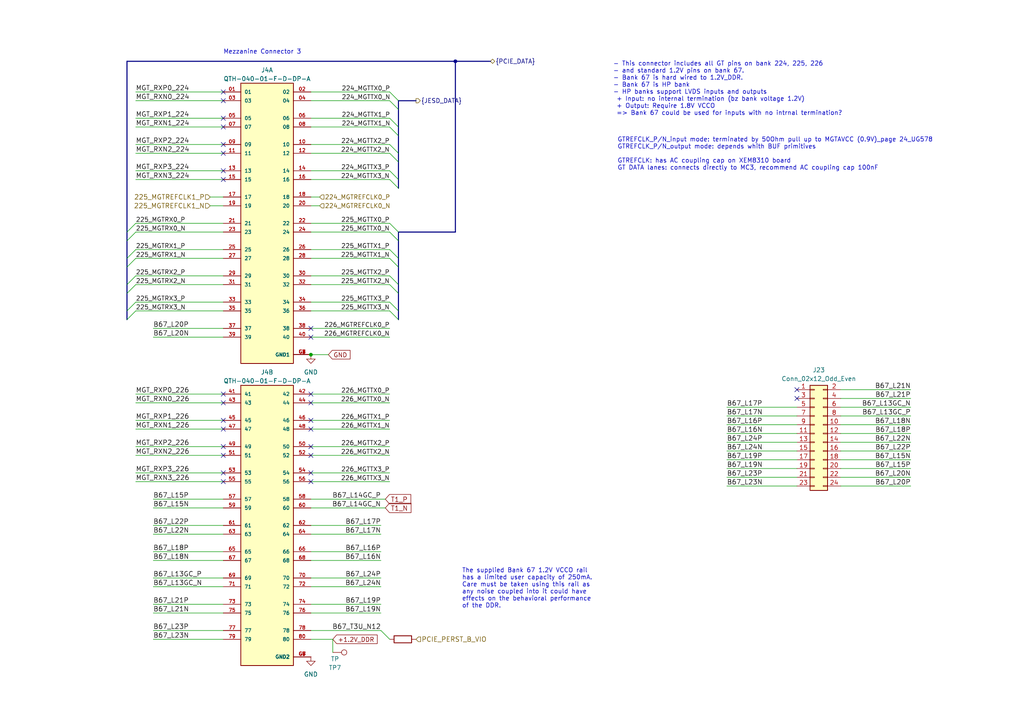
<source format=kicad_sch>
(kicad_sch (version 20230121) (generator eeschema)
  (paper "A4")
  (lib_symbols
    (symbol "Connector:TestPoint" (pin_numbers hide) (pin_names (offset 0.762) hide)
      (property "Reference" "TP" (at 0 6.858 0))
      (property "Value" "TestPoint" (at 0 5.08 0))
      (symbol "TestPoint_0_1"
        (circle (center 0 3.302) (radius 0.762))
      )
      (symbol "TestPoint_1_1"
        (pin passive line (at 0 0 90) (length 2.54) (name "1") (number "1"))
      )
    )
    (symbol "Connector_Generic:Conn_02x12_Odd_Even" (pin_names (offset 1.016) hide)
      (property "Reference" "J" (at 1.27 15.24 0))
      (property "Value" "Conn_02x12_Odd_Even" (at 1.27 -17.78 0))
      (symbol "Conn_02x12_Odd_Even_1_1"
        (rectangle (start -1.27 -15.113) (end 0 -15.367) (stroke (width 0.1524)))
        (rectangle (start -1.27 -12.573) (end 0 -12.827) (stroke (width 0.1524)))
        (rectangle (start -1.27 -10.033) (end 0 -10.287) (stroke (width 0.1524)))
        (rectangle (start -1.27 -7.493) (end 0 -7.747) (stroke (width 0.1524)))
        (rectangle (start -1.27 -4.953) (end 0 -5.207) (stroke (width 0.1524)))
        (rectangle (start -1.27 -2.413) (end 0 -2.667) (stroke (width 0.1524)))
        (rectangle (start -1.27 0.127) (end 0 -0.127) (stroke (width 0.1524)))
        (rectangle (start -1.27 2.667) (end 0 2.413) (stroke (width 0.1524)))
        (rectangle (start -1.27 5.207) (end 0 4.953) (stroke (width 0.1524)))
        (rectangle (start -1.27 7.747) (end 0 7.493) (stroke (width 0.1524)))
        (rectangle (start -1.27 10.287) (end 0 10.033) (stroke (width 0.1524)))
        (rectangle (start -1.27 12.827) (end 0 12.573) (stroke (width 0.1524)))
        (rectangle (start -1.27 13.97) (end 3.81 -16.51) (stroke (width 0.254)) (fill (type background)))
        (rectangle (start 3.81 -15.113) (end 2.54 -15.367) (stroke (width 0.1524)))
        (rectangle (start 3.81 -12.573) (end 2.54 -12.827) (stroke (width 0.1524)))
        (rectangle (start 3.81 -10.033) (end 2.54 -10.287) (stroke (width 0.1524)))
        (rectangle (start 3.81 -7.493) (end 2.54 -7.747) (stroke (width 0.1524)))
        (rectangle (start 3.81 -4.953) (end 2.54 -5.207) (stroke (width 0.1524)))
        (rectangle (start 3.81 -2.413) (end 2.54 -2.667) (stroke (width 0.1524)))
        (rectangle (start 3.81 0.127) (end 2.54 -0.127) (stroke (width 0.1524)))
        (rectangle (start 3.81 2.667) (end 2.54 2.413) (stroke (width 0.1524)))
        (rectangle (start 3.81 5.207) (end 2.54 4.953) (stroke (width 0.1524)))
        (rectangle (start 3.81 7.747) (end 2.54 7.493) (stroke (width 0.1524)))
        (rectangle (start 3.81 10.287) (end 2.54 10.033) (stroke (width 0.1524)))
        (rectangle (start 3.81 12.827) (end 2.54 12.573) (stroke (width 0.1524)))
        (pin passive line (at -5.08 12.7 0) (length 3.81) (name "Pin_1") (number "1"))
        (pin passive line (at 7.62 2.54 180) (length 3.81) (name "Pin_10") (number "10"))
        (pin passive line (at -5.08 0 0) (length 3.81) (name "Pin_11") (number "11"))
        (pin passive line (at 7.62 0 180) (length 3.81) (name "Pin_12") (number "12"))
        (pin passive line (at -5.08 -2.54 0) (length 3.81) (name "Pin_13") (number "13"))
        (pin passive line (at 7.62 -2.54 180) (length 3.81) (name "Pin_14") (number "14"))
        (pin passive line (at -5.08 -5.08 0) (length 3.81) (name "Pin_15") (number "15"))
        (pin passive line (at 7.62 -5.08 180) (length 3.81) (name "Pin_16") (number "16"))
        (pin passive line (at -5.08 -7.62 0) (length 3.81) (name "Pin_17") (number "17"))
        (pin passive line (at 7.62 -7.62 180) (length 3.81) (name "Pin_18") (number "18"))
        (pin passive line (at -5.08 -10.16 0) (length 3.81) (name "Pin_19") (number "19"))
        (pin passive line (at 7.62 12.7 180) (length 3.81) (name "Pin_2") (number "2"))
        (pin passive line (at 7.62 -10.16 180) (length 3.81) (name "Pin_20") (number "20"))
        (pin passive line (at -5.08 -12.7 0) (length 3.81) (name "Pin_21") (number "21"))
        (pin passive line (at 7.62 -12.7 180) (length 3.81) (name "Pin_22") (number "22"))
        (pin passive line (at -5.08 -15.24 0) (length 3.81) (name "Pin_23") (number "23"))
        (pin passive line (at 7.62 -15.24 180) (length 3.81) (name "Pin_24") (number "24"))
        (pin passive line (at -5.08 10.16 0) (length 3.81) (name "Pin_3") (number "3"))
        (pin passive line (at 7.62 10.16 180) (length 3.81) (name "Pin_4") (number "4"))
        (pin passive line (at -5.08 7.62 0) (length 3.81) (name "Pin_5") (number "5"))
        (pin passive line (at 7.62 7.62 180) (length 3.81) (name "Pin_6") (number "6"))
        (pin passive line (at -5.08 5.08 0) (length 3.81) (name "Pin_7") (number "7"))
        (pin passive line (at 7.62 5.08 180) (length 3.81) (name "Pin_8") (number "8"))
        (pin passive line (at -5.08 2.54 0) (length 3.81) (name "Pin_9") (number "9"))
      )
    )
    (symbol "Device:R" (pin_numbers hide) (pin_names (offset 0))
      (property "Reference" "R" (at 2.032 0 90))
      (property "Value" "R" (at 0 0 90))
      (symbol "R_0_1"
        (rectangle (start -1.016 -2.54) (end 1.016 2.54) (stroke (width 0.254)))
      )
      (symbol "R_1_1"
        (pin passive line (at 0 3.81 270) (length 1.27) (name "~") (number "1"))
        (pin passive line (at 0 -3.81 90) (length 1.27) (name "~") (number "2"))
      )
    )
    (symbol "QTH-040-01-X-D-DP-A:QTH-040-01-X-D-DP-A" (pin_names (offset 1.016))
      (property "Reference" "J" (at -7.62 41.402 0))
      (property "Value" "QTH-040-01-X-D-DP-A" (at -7.62 -41.402 0))
      (symbol "QTH-040-01-X-D-DP-A_1_0"
        (rectangle (start -7.62 -40.64) (end 7.62 40.64) (stroke (width 0.254)) (fill (type background)))
        (pin passive line (at -12.7 38.1 0) (length 5.08) (name "01") (number "01"))
        (pin passive line (at 12.7 38.1 180) (length 5.08) (name "02") (number "02"))
        (pin passive line (at -12.7 35.56 0) (length 5.08) (name "03") (number "03"))
        (pin passive line (at 12.7 35.56 180) (length 5.08) (name "04") (number "04"))
        (pin passive line (at -12.7 30.48 0) (length 5.08) (name "05") (number "05"))
        (pin passive line (at 12.7 30.48 180) (length 5.08) (name "06") (number "06"))
        (pin passive line (at -12.7 27.94 0) (length 5.08) (name "07") (number "07"))
        (pin passive line (at 12.7 27.94 180) (length 5.08) (name "08") (number "08"))
        (pin passive line (at -12.7 22.86 0) (length 5.08) (name "09") (number "09"))
        (pin passive line (at 12.7 22.86 180) (length 5.08) (name "10") (number "10"))
        (pin passive line (at -12.7 20.32 0) (length 5.08) (name "11") (number "11"))
        (pin passive line (at 12.7 20.32 180) (length 5.08) (name "12") (number "12"))
        (pin passive line (at -12.7 15.24 0) (length 5.08) (name "13") (number "13"))
        (pin passive line (at 12.7 15.24 180) (length 5.08) (name "14") (number "14"))
        (pin passive line (at -12.7 12.7 0) (length 5.08) (name "15") (number "15"))
        (pin passive line (at 12.7 12.7 180) (length 5.08) (name "16") (number "16"))
        (pin passive line (at -12.7 7.62 0) (length 5.08) (name "17") (number "17"))
        (pin passive line (at 12.7 7.62 180) (length 5.08) (name "18") (number "18"))
        (pin passive line (at -12.7 5.08 0) (length 5.08) (name "19") (number "19"))
        (pin passive line (at 12.7 5.08 180) (length 5.08) (name "20") (number "20"))
        (pin passive line (at -12.7 0 0) (length 5.08) (name "21") (number "21"))
        (pin passive line (at 12.7 0 180) (length 5.08) (name "22") (number "22"))
        (pin passive line (at -12.7 -2.54 0) (length 5.08) (name "23") (number "23"))
        (pin passive line (at 12.7 -2.54 180) (length 5.08) (name "24") (number "24"))
        (pin passive line (at -12.7 -7.62 0) (length 5.08) (name "25") (number "25"))
        (pin passive line (at 12.7 -7.62 180) (length 5.08) (name "26") (number "26"))
        (pin passive line (at -12.7 -10.16 0) (length 5.08) (name "27") (number "27"))
        (pin passive line (at 12.7 -10.16 180) (length 5.08) (name "28") (number "28"))
        (pin passive line (at -12.7 -15.24 0) (length 5.08) (name "29") (number "29"))
        (pin passive line (at 12.7 -15.24 180) (length 5.08) (name "30") (number "30"))
        (pin passive line (at -12.7 -17.78 0) (length 5.08) (name "31") (number "31"))
        (pin passive line (at 12.7 -17.78 180) (length 5.08) (name "32") (number "32"))
        (pin passive line (at -12.7 -22.86 0) (length 5.08) (name "33") (number "33"))
        (pin passive line (at 12.7 -22.86 180) (length 5.08) (name "34") (number "34"))
        (pin passive line (at -12.7 -25.4 0) (length 5.08) (name "35") (number "35"))
        (pin passive line (at 12.7 -25.4 180) (length 5.08) (name "36") (number "36"))
        (pin passive line (at -12.7 -30.48 0) (length 5.08) (name "37") (number "37"))
        (pin passive line (at 12.7 -30.48 180) (length 5.08) (name "38") (number "38"))
        (pin passive line (at -12.7 -33.02 0) (length 5.08) (name "39") (number "39"))
        (pin passive line (at 12.7 -33.02 180) (length 5.08) (name "40") (number "40"))
        (pin power_in line (at 12.7 -38.1 180) (length 5.08) (name "GND1") (number "G1"))
        (pin power_in line (at 12.7 -38.1 180) (length 5.08) (name "GND1") (number "G2"))
        (pin power_in line (at 12.7 -38.1 180) (length 5.08) (name "GND1") (number "G3"))
        (pin power_in line (at 12.7 -38.1 180) (length 5.08) (name "GND1") (number "G4"))
      )
      (symbol "QTH-040-01-X-D-DP-A_2_0"
        (rectangle (start -7.62 -40.64) (end 7.62 40.64) (stroke (width 0.254)) (fill (type background)))
        (pin passive line (at -12.7 38.1 0) (length 5.08) (name "41") (number "41"))
        (pin passive line (at 12.7 38.1 180) (length 5.08) (name "42") (number "42"))
        (pin passive line (at -12.7 35.56 0) (length 5.08) (name "43") (number "43"))
        (pin passive line (at 12.7 35.56 180) (length 5.08) (name "44") (number "44"))
        (pin passive line (at -12.7 30.48 0) (length 5.08) (name "45") (number "45"))
        (pin passive line (at 12.7 30.48 180) (length 5.08) (name "46") (number "46"))
        (pin passive line (at -12.7 27.94 0) (length 5.08) (name "47") (number "47"))
        (pin passive line (at 12.7 27.94 180) (length 5.08) (name "48") (number "48"))
        (pin passive line (at -12.7 22.86 0) (length 5.08) (name "49") (number "49"))
        (pin passive line (at 12.7 22.86 180) (length 5.08) (name "50") (number "50"))
        (pin passive line (at -12.7 20.32 0) (length 5.08) (name "51") (number "51"))
        (pin passive line (at 12.7 20.32 180) (length 5.08) (name "52") (number "52"))
        (pin passive line (at -12.7 15.24 0) (length 5.08) (name "53") (number "53"))
        (pin passive line (at 12.7 15.24 180) (length 5.08) (name "54") (number "54"))
        (pin passive line (at -12.7 12.7 0) (length 5.08) (name "55") (number "55"))
        (pin passive line (at 12.7 12.7 180) (length 5.08) (name "56") (number "56"))
        (pin passive line (at -12.7 7.62 0) (length 5.08) (name "57") (number "57"))
        (pin passive line (at 12.7 7.62 180) (length 5.08) (name "58") (number "58"))
        (pin passive line (at -12.7 5.08 0) (length 5.08) (name "59") (number "59"))
        (pin passive line (at 12.7 5.08 180) (length 5.08) (name "60") (number "60"))
        (pin passive line (at -12.7 0 0) (length 5.08) (name "61") (number "61"))
        (pin passive line (at 12.7 0 180) (length 5.08) (name "62") (number "62"))
        (pin passive line (at -12.7 -2.54 0) (length 5.08) (name "63") (number "63"))
        (pin passive line (at 12.7 -2.54 180) (length 5.08) (name "64") (number "64"))
        (pin passive line (at -12.7 -7.62 0) (length 5.08) (name "65") (number "65"))
        (pin passive line (at 12.7 -7.62 180) (length 5.08) (name "66") (number "66"))
        (pin passive line (at -12.7 -10.16 0) (length 5.08) (name "67") (number "67"))
        (pin passive line (at 12.7 -10.16 180) (length 5.08) (name "68") (number "68"))
        (pin passive line (at -12.7 -15.24 0) (length 5.08) (name "69") (number "69"))
        (pin passive line (at 12.7 -15.24 180) (length 5.08) (name "70") (number "70"))
        (pin passive line (at -12.7 -17.78 0) (length 5.08) (name "71") (number "71"))
        (pin passive line (at 12.7 -17.78 180) (length 5.08) (name "72") (number "72"))
        (pin passive line (at -12.7 -22.86 0) (length 5.08) (name "73") (number "73"))
        (pin passive line (at 12.7 -22.86 180) (length 5.08) (name "74") (number "74"))
        (pin passive line (at -12.7 -25.4 0) (length 5.08) (name "75") (number "75"))
        (pin passive line (at 12.7 -25.4 180) (length 5.08) (name "76") (number "76"))
        (pin passive line (at -12.7 -30.48 0) (length 5.08) (name "77") (number "77"))
        (pin passive line (at 12.7 -30.48 180) (length 5.08) (name "78") (number "78"))
        (pin passive line (at -12.7 -33.02 0) (length 5.08) (name "79") (number "79"))
        (pin passive line (at 12.7 -33.02 180) (length 5.08) (name "80") (number "80"))
        (pin power_in line (at 12.7 -38.1 180) (length 5.08) (name "GND2") (number "G5"))
        (pin power_in line (at 12.7 -38.1 180) (length 5.08) (name "GND2") (number "G6"))
        (pin power_in line (at 12.7 -38.1 180) (length 5.08) (name "GND2") (number "G7"))
        (pin power_in line (at 12.7 -38.1 180) (length 5.08) (name "GND2") (number "G8"))
      )
    )
    (symbol "power:GND" (power) (pin_names (offset 0))
      (property "Value" "GND" (at 0 -3.81 0))
      (symbol "GND_0_1"
        (polyline (pts (xy 0 0) (xy 0 -1.27) (xy 1.27 -1.27) (xy 0 -2.54) (xy -1.27 -1.27) (xy 0 -1.27)))
      )
      (symbol "GND_1_1"
        (pin power_in line (at 0 0 270) (length 0) hide (name "GND") (number "1"))
      )
    )
  )
  (junction (at 90.17 102.87))
  (junction (at 132.08 17.78))
  (no_connect (at 64.77 36.83))
  (no_connect (at 90.17 132.08))
  (no_connect (at 64.77 49.53))
  (no_connect (at 90.17 97.79))
  (no_connect (at 64.77 124.46))
  (no_connect (at 90.17 116.84))
  (no_connect (at 64.77 44.45))
  (no_connect (at 90.17 129.54))
  (no_connect (at 64.77 137.16))
  (no_connect (at 64.77 34.29))
  (no_connect (at 64.77 132.08))
  (no_connect (at 90.17 95.25))
  (no_connect (at 90.17 114.3))
  (no_connect (at 64.77 129.54))
  (no_connect (at 64.77 116.84))
  (no_connect (at 231.14 113.03))
  (no_connect (at 64.77 139.7))
  (no_connect (at 90.17 137.16))
  (no_connect (at 64.77 29.21))
  (no_connect (at 64.77 41.91))
  (no_connect (at 64.77 52.07))
  (no_connect (at 64.77 114.3))
  (no_connect (at 231.14 115.57))
  (no_connect (at 64.77 26.67))
  (no_connect (at 90.17 124.46))
  (no_connect (at 64.77 121.92))
  (no_connect (at 90.17 121.92))
  (no_connect (at 90.17 139.7))
  (bus_entry (at 113.03 64.77) (size 2.54 2.54))
  (bus_entry (at 113.03 44.45) (size 2.54 2.54))
  (bus_entry (at 113.03 41.91) (size 2.54 2.54))
  (bus_entry (at 36.83 92.71) (size 2.54 -2.54))
  (bus_entry (at 113.03 34.29) (size 2.54 2.54))
  (bus_entry (at 113.03 87.63) (size 2.54 2.54))
  (bus_entry (at 113.03 26.67) (size 2.54 2.54))
  (bus_entry (at 113.03 29.21) (size 2.54 2.54))
  (bus_entry (at 113.03 49.53) (size 2.54 2.54))
  (bus_entry (at 36.83 67.31) (size 2.54 -2.54))
  (bus_entry (at 36.83 90.17) (size 2.54 -2.54))
  (bus_entry (at 113.03 67.31) (size 2.54 2.54))
  (bus_entry (at 113.03 52.07) (size 2.54 2.54))
  (bus_entry (at 36.83 85.09) (size 2.54 -2.54))
  (bus_entry (at 113.03 80.01) (size 2.54 2.54))
  (bus_entry (at 113.03 90.17) (size 2.54 2.54))
  (bus_entry (at 113.03 82.55) (size 2.54 2.54))
  (bus_entry (at 113.03 74.93) (size 2.54 2.54))
  (bus_entry (at 36.83 69.85) (size 2.54 -2.54))
  (bus_entry (at 36.83 82.55) (size 2.54 -2.54))
  (bus_entry (at 113.03 72.39) (size 2.54 2.54))
  (bus_entry (at 36.83 74.93) (size 2.54 -2.54))
  (bus_entry (at 36.83 77.47) (size 2.54 -2.54))
  (bus_entry (at 113.03 36.83) (size 2.54 2.54))
  (bus (pts (xy 115.57 74.93) (xy 115.57 69.85)))
  (wire (pts (xy 210.82 123.19) (xy 231.14 123.19)))
  (wire (pts (xy 110.49 177.8) (xy 90.17 177.8)))
  (wire (pts (xy 210.82 125.73) (xy 231.14 125.73)))
  (wire (pts (xy 113.03 87.63) (xy 90.17 87.63)))
  (wire (pts (xy 90.17 59.69) (xy 92.71 59.69)))
  (wire (pts (xy 90.17 185.42) (xy 96.52 185.42)))
  (bus (pts (xy 115.57 69.85) (xy 115.57 67.31)))
  (wire (pts (xy 64.77 90.17) (xy 39.37 90.17)))
  (wire (pts (xy 44.45 182.88) (xy 64.77 182.88)))
  (wire (pts (xy 113.03 137.16) (xy 90.17 137.16)))
  (wire (pts (xy 90.17 95.25) (xy 113.03 95.25)))
  (wire (pts (xy 113.03 114.3) (xy 90.17 114.3)))
  (wire (pts (xy 110.49 162.56) (xy 90.17 162.56)))
  (wire (pts (xy 113.03 121.92) (xy 90.17 121.92)))
  (wire (pts (xy 231.14 140.97) (xy 210.82 140.97)))
  (wire (pts (xy 64.77 64.77) (xy 39.37 64.77)))
  (wire (pts (xy 64.77 41.91) (xy 39.37 41.91)))
  (wire (pts (xy 44.45 95.25) (xy 64.77 95.25)))
  (wire (pts (xy 113.03 129.54) (xy 90.17 129.54)))
  (wire (pts (xy 96.52 185.42) (xy 96.52 189.23)))
  (wire (pts (xy 113.03 80.01) (xy 90.17 80.01)))
  (wire (pts (xy 264.16 128.27) (xy 243.84 128.27)))
  (bus (pts (xy 36.83 90.17) (xy 36.83 85.09)))
  (bus (pts (xy 36.83 85.09) (xy 36.83 82.55)))
  (wire (pts (xy 64.77 129.54) (xy 39.37 129.54)))
  (wire (pts (xy 210.82 118.11) (xy 231.14 118.11)))
  (wire (pts (xy 231.14 128.27) (xy 210.82 128.27)))
  (wire (pts (xy 90.17 97.79) (xy 113.03 97.79)))
  (wire (pts (xy 60.96 57.15) (xy 64.77 57.15)))
  (wire (pts (xy 60.96 59.69) (xy 64.77 59.69)))
  (wire (pts (xy 110.49 170.18) (xy 90.17 170.18)))
  (wire (pts (xy 210.82 120.65) (xy 231.14 120.65)))
  (wire (pts (xy 64.77 44.45) (xy 39.37 44.45)))
  (bus (pts (xy 36.83 74.93) (xy 36.83 69.85)))
  (wire (pts (xy 113.03 124.46) (xy 90.17 124.46)))
  (wire (pts (xy 64.77 160.02) (xy 44.45 160.02)))
  (wire (pts (xy 264.16 123.19) (xy 243.84 123.19)))
  (wire (pts (xy 64.77 132.08) (xy 39.37 132.08)))
  (wire (pts (xy 264.16 115.57) (xy 243.84 115.57)))
  (wire (pts (xy 44.45 175.26) (xy 64.77 175.26)))
  (wire (pts (xy 113.03 44.45) (xy 90.17 44.45)))
  (wire (pts (xy 64.77 67.31) (xy 39.37 67.31)))
  (wire (pts (xy 64.77 87.63) (xy 39.37 87.63)))
  (wire (pts (xy 44.45 152.4) (xy 64.77 152.4)))
  (wire (pts (xy 111.76 147.32) (xy 90.17 147.32)))
  (bus (pts (xy 115.57 36.83) (xy 115.57 31.75)))
  (wire (pts (xy 210.82 135.89) (xy 231.14 135.89)))
  (wire (pts (xy 264.16 135.89) (xy 243.84 135.89)))
  (wire (pts (xy 64.77 177.8) (xy 44.45 177.8)))
  (bus (pts (xy 132.08 17.78) (xy 132.08 67.31)))
  (wire (pts (xy 64.77 82.55) (xy 39.37 82.55)))
  (wire (pts (xy 90.17 72.39) (xy 113.03 72.39)))
  (wire (pts (xy 44.45 147.32) (xy 64.77 147.32)))
  (wire (pts (xy 264.16 140.97) (xy 243.84 140.97)))
  (wire (pts (xy 113.03 67.31) (xy 90.17 67.31)))
  (wire (pts (xy 64.77 52.07) (xy 39.37 52.07)))
  (wire (pts (xy 90.17 144.78) (xy 111.76 144.78)))
  (bus (pts (xy 36.83 69.85) (xy 36.83 67.31)))
  (wire (pts (xy 113.03 90.17) (xy 90.17 90.17)))
  (wire (pts (xy 110.49 152.4) (xy 90.17 152.4)))
  (wire (pts (xy 90.17 102.87) (xy 95.25 102.87)))
  (wire (pts (xy 64.77 121.92) (xy 39.37 121.92)))
  (wire (pts (xy 64.77 139.7) (xy 39.37 139.7)))
  (wire (pts (xy 113.03 34.29) (xy 90.17 34.29)))
  (wire (pts (xy 44.45 170.18) (xy 64.77 170.18)))
  (bus (pts (xy 115.57 39.37) (xy 115.57 44.45)))
  (wire (pts (xy 113.03 116.84) (xy 90.17 116.84)))
  (wire (pts (xy 264.16 118.11) (xy 243.84 118.11)))
  (wire (pts (xy 264.16 113.03) (xy 243.84 113.03)))
  (bus (pts (xy 115.57 85.09) (xy 115.57 82.55)))
  (wire (pts (xy 64.77 114.3) (xy 39.37 114.3)))
  (bus (pts (xy 115.57 29.21) (xy 120.65 29.21)))
  (bus (pts (xy 115.57 46.99) (xy 115.57 52.07)))
  (wire (pts (xy 113.03 52.07) (xy 90.17 52.07)))
  (wire (pts (xy 110.49 167.64) (xy 90.17 167.64)))
  (wire (pts (xy 113.03 139.7) (xy 90.17 139.7)))
  (bus (pts (xy 115.57 31.75) (xy 115.57 29.21)))
  (wire (pts (xy 44.45 167.64) (xy 64.77 167.64)))
  (wire (pts (xy 264.16 138.43) (xy 243.84 138.43)))
  (wire (pts (xy 264.16 120.65) (xy 243.84 120.65)))
  (wire (pts (xy 64.77 124.46) (xy 39.37 124.46)))
  (wire (pts (xy 64.77 74.93) (xy 39.37 74.93)))
  (wire (pts (xy 64.77 49.53) (xy 39.37 49.53)))
  (wire (pts (xy 110.49 160.02) (xy 90.17 160.02)))
  (wire (pts (xy 110.49 182.88) (xy 90.17 182.88)))
  (wire (pts (xy 113.03 26.67) (xy 90.17 26.67)))
  (wire (pts (xy 110.49 175.26) (xy 90.17 175.26)))
  (bus (pts (xy 115.57 82.55) (xy 115.57 77.47)))
  (bus (pts (xy 115.57 44.45) (xy 115.57 46.99)))
  (bus (pts (xy 115.57 52.07) (xy 115.57 54.61)))
  (bus (pts (xy 115.57 39.37) (xy 115.57 36.83)))
  (wire (pts (xy 113.03 82.55) (xy 90.17 82.55)))
  (wire (pts (xy 64.77 34.29) (xy 39.37 34.29)))
  (wire (pts (xy 90.17 74.93) (xy 113.03 74.93)))
  (wire (pts (xy 64.77 97.79) (xy 44.45 97.79)))
  (bus (pts (xy 115.57 67.31) (xy 132.08 67.31)))
  (bus (pts (xy 132.08 17.78) (xy 142.24 17.78)))
  (bus (pts (xy 36.83 77.47) (xy 36.83 74.93)))
  (wire (pts (xy 113.03 41.91) (xy 90.17 41.91)))
  (wire (pts (xy 44.45 144.78) (xy 64.77 144.78)))
  (wire (pts (xy 264.16 125.73) (xy 243.84 125.73)))
  (wire (pts (xy 113.03 64.77) (xy 90.17 64.77)))
  (bus (pts (xy 115.57 92.71) (xy 115.57 90.17)))
  (wire (pts (xy 44.45 185.42) (xy 64.77 185.42)))
  (wire (pts (xy 44.45 154.94) (xy 64.77 154.94)))
  (wire (pts (xy 113.03 36.83) (xy 90.17 36.83)))
  (wire (pts (xy 64.77 72.39) (xy 39.37 72.39)))
  (wire (pts (xy 110.49 182.88) (xy 113.03 185.42)))
  (wire (pts (xy 231.14 130.81) (xy 210.82 130.81)))
  (wire (pts (xy 64.77 36.83) (xy 39.37 36.83)))
  (wire (pts (xy 64.77 162.56) (xy 44.45 162.56)))
  (wire (pts (xy 210.82 138.43) (xy 231.14 138.43)))
  (bus (pts (xy 36.83 92.71) (xy 36.83 90.17)))
  (wire (pts (xy 210.82 133.35) (xy 231.14 133.35)))
  (wire (pts (xy 64.77 137.16) (xy 39.37 137.16)))
  (wire (pts (xy 64.77 29.21) (xy 39.37 29.21)))
  (bus (pts (xy 36.83 17.78) (xy 132.08 17.78)))
  (wire (pts (xy 64.77 26.67) (xy 39.37 26.67)))
  (bus (pts (xy 115.57 90.17) (xy 115.57 85.09)))
  (wire (pts (xy 110.49 154.94) (xy 90.17 154.94)))
  (wire (pts (xy 90.17 57.15) (xy 92.71 57.15)))
  (wire (pts (xy 64.77 80.01) (xy 39.37 80.01)))
  (bus (pts (xy 115.57 77.47) (xy 115.57 74.93)))
  (wire (pts (xy 113.03 132.08) (xy 90.17 132.08)))
  (wire (pts (xy 264.16 133.35) (xy 243.84 133.35)))
  (bus (pts (xy 36.83 17.78) (xy 36.83 67.31)))
  (wire (pts (xy 64.77 116.84) (xy 39.37 116.84)))
  (wire (pts (xy 113.03 49.53) (xy 90.17 49.53)))
  (wire (pts (xy 113.03 29.21) (xy 90.17 29.21)))
  (bus (pts (xy 36.83 82.55) (xy 36.83 77.47)))
  (wire (pts (xy 264.16 130.81) (xy 243.84 130.81)))
  (text "GTREFCLK_P/N_input mode: terminated by 50Ohm pull up to MGTAVCC (0.9V)_page 24_UG578\nGTREFCLK_P/N_output mode: depends whith BUF primitives\n\nGTREFCLK: has AC coupling cap on XEM8310 board\nGT DATA lanes: connects directly to MC3, recommend AC coupling cap 100nF" (at 179.07 49.53 0) (effects (font (size 1.27 1.27)) (justify left bottom)))
  (text "- This connector includes all GT pins on bank 224, 225, 226 \n- and standard 1.2V pins on bank 67.\n- Bank 67 is hard wired to 1.2V_DDR.\n- Bank 67 is HP bank\n- HP banks support LVDS inputs and outputs\n + Input: no internal termination (bz bank voltage 1.2V)\n + Output: Require 1.8V VCCO\n => Bank 67 could be used for inputs with no intrnal termination?" (at 177.8 33.655 0) (effects (font (size 1.27 1.27)) (justify left bottom)))
  (text "Mezzanine Connector 3" (at 64.77 15.875 0) (effects (font (size 1.27 1.27)) (justify left bottom)))
  (text "The supplied Bank 67 1.2V VCCO rail \nhas a limited user capacity of 250mA. \nCare must be taken using this rail as \nany noise coupled into it could have \neffects on the behavioral performance \nof the DDR." (at 133.985 176.53 0) (effects (font (size 1.27 1.27)) (justify left bottom)))
  (label "B67_L13GC_N" (at 264.16 118.11 180) (effects (font (size 1.3716 1.3716))))
  (label "MGT_RXP3_226" (at 39.37 137.16 0) (effects (font (size 1.3716 1.3716))))
  (label "B67_L23P" (at 44.45 182.88 0) (effects (font (size 1.3716 1.3716))))
  (label "B67_L17P" (at 210.82 118.11 0) (effects (font (size 1.3716 1.3716))))
  (label "MGT_RXP1_226" (at 39.37 121.92 0) (effects (font (size 1.3716 1.3716))))
  (label "B67_L18P" (at 44.45 160.02 0) (effects (font (size 1.3716 1.3716))))
  (label "226_MGTTX2_P" (at 113.03 129.54 180))
  (label "225_MGTTX2_N" (at 113.03 82.55 180))
  (label "B67_L22P" (at 44.45 152.4 0) (effects (font (size 1.3716 1.3716))))
  (label "B67_L17P" (at 110.49 152.4 180) (effects (font (size 1.3716 1.3716))))
  (label "B67_L13GC_N" (at 44.45 170.18 0) (effects (font (size 1.3716 1.3716))))
  (label "B67_L23N" (at 210.82 140.97 0) (effects (font (size 1.3716 1.3716))))
  (label "B67_L15P" (at 44.45 144.78 0) (effects (font (size 1.3716 1.3716))))
  (label "B67_L15N" (at 44.45 147.32 0) (effects (font (size 1.3716 1.3716))))
  (label "MGT_RXN0_226" (at 39.37 116.84 0) (effects (font (size 1.3716 1.3716))))
  (label "224_MGTTX0_N" (at 99.06 29.21 0))
  (label "B67_L21P" (at 44.45 175.26 0) (effects (font (size 1.3716 1.3716))))
  (label "MGT_RXN3_224" (at 39.37 52.07 0) (effects (font (size 1.3716 1.3716))))
  (label "MGT_RXN2_226" (at 39.37 132.08 0) (effects (font (size 1.3716 1.3716))))
  (label "225_MGTRX3_P" (at 39.37 87.63 0))
  (label "B67_L20N" (at 44.45 97.79 0) (effects (font (size 1.3716 1.3716))))
  (label "MGT_RXP2_224" (at 39.37 41.91 0) (effects (font (size 1.3716 1.3716))))
  (label "B67_L16P" (at 210.82 123.19 0) (effects (font (size 1.3716 1.3716))))
  (label "B67_L18P" (at 264.16 125.73 180) (effects (font (size 1.3716 1.3716))))
  (label "B67_L17N" (at 110.49 154.94 180) (effects (font (size 1.3716 1.3716))))
  (label "MGT_RXN1_224" (at 39.37 36.83 0) (effects (font (size 1.3716 1.3716))))
  (label "B67_L21P" (at 264.16 115.57 180) (effects (font (size 1.3716 1.3716))))
  (label "B67_L17N" (at 210.82 120.65 0) (effects (font (size 1.3716 1.3716))))
  (label "B67_L20P" (at 264.16 140.97 180) (effects (font (size 1.3716 1.3716))))
  (label "224_MGTTX3_P" (at 113.03 49.53 180))
  (label "B67_L21N" (at 44.45 177.8 0) (effects (font (size 1.3716 1.3716))))
  (label "B67_L24P" (at 210.82 128.27 0) (effects (font (size 1.3716 1.3716))))
  (label "225_MGTTX3_N" (at 113.03 90.17 180))
  (label "226_MGTREFCLK0_P" (at 113.03 95.25 180))
  (label "226_MGTTX0_P" (at 113.03 114.3 180))
  (label "B67_L15P" (at 264.16 135.89 180) (effects (font (size 1.3716 1.3716))))
  (label "225_MGTRX2_N" (at 39.37 82.55 0))
  (label "MGT_RXP0_224" (at 39.37 26.67 0) (effects (font (size 1.3716 1.3716))))
  (label "224_MGTTX1_P" (at 99.06 34.29 0))
  (label "224_MGTTX2_N" (at 113.03 44.45 180))
  (label "B67_L13GC_P" (at 264.16 120.65 180) (effects (font (size 1.3716 1.3716))))
  (label "226_MGTTX0_N" (at 113.03 116.84 180))
  (label "225_MGTRX3_N" (at 39.37 90.17 0))
  (label "B67_L22N" (at 44.45 154.94 0) (effects (font (size 1.3716 1.3716))))
  (label "B67_L16P" (at 110.49 160.02 180) (effects (font (size 1.3716 1.3716))))
  (label "225_MGTTX0_N" (at 113.03 67.31 180))
  (label "B67_L14GC_N" (at 110.49 147.32 180) (effects (font (size 1.3716 1.3716))))
  (label "MGT_RXN3_226" (at 39.37 139.7 0) (effects (font (size 1.3716 1.3716))))
  (label "B67_L16N" (at 210.82 125.73 0) (effects (font (size 1.3716 1.3716))))
  (label "B67_L24N" (at 110.49 170.18 180) (effects (font (size 1.3716 1.3716))))
  (label "MGT_RXP1_224" (at 39.37 34.29 0) (effects (font (size 1.3716 1.3716))))
  (label "MGT_RXN1_226" (at 39.37 124.46 0) (effects (font (size 1.3716 1.3716))))
  (label "B67_L24P" (at 110.49 167.64 180) (effects (font (size 1.3716 1.3716))))
  (label "B67_L14GC_P" (at 110.49 144.78 180) (effects (font (size 1.3716 1.3716))))
  (label "B67_L19P" (at 110.49 175.26 180) (effects (font (size 1.3716 1.3716))))
  (label "B67_L22P" (at 264.16 130.81 180) (effects (font (size 1.3716 1.3716))))
  (label "225_MGTTX2_P" (at 113.03 80.01 180))
  (label "225_MGTRX1_P" (at 39.37 72.39 0))
  (label "225_MGTTX1_P" (at 113.03 72.39 180))
  (label "224_MGTTX2_P" (at 113.03 41.91 180))
  (label "B67_L19N" (at 110.49 177.8 180) (effects (font (size 1.3716 1.3716))))
  (label "226_MGTREFCLK0_N" (at 113.03 97.79 180))
  (label "B67_L23N" (at 44.45 185.42 0) (effects (font (size 1.3716 1.3716))))
  (label "MGT_RXP0_226" (at 39.37 114.3 0) (effects (font (size 1.3716 1.3716))))
  (label "226_MGTTX1_P" (at 113.03 121.92 180))
  (label "225_MGTRX1_N" (at 39.37 74.93 0))
  (label "B67_L22N" (at 264.16 128.27 180) (effects (font (size 1.3716 1.3716))))
  (label "224_MGTTX0_P" (at 99.06 26.67 0))
  (label "225_MGTTX3_P" (at 113.03 87.63 180))
  (label "B67_L24N" (at 210.82 130.81 0) (effects (font (size 1.3716 1.3716))))
  (label "MGT_RXN0_224" (at 39.37 29.21 0) (effects (font (size 1.3716 1.3716))))
  (label "225_MGTRX2_P" (at 39.37 80.01 0))
  (label "B67_L19N" (at 210.82 135.89 0) (effects (font (size 1.3716 1.3716))))
  (label "B67_L21N" (at 264.16 113.03 180) (effects (font (size 1.3716 1.3716))))
  (label "225_MGTTX1_N" (at 113.03 74.93 180))
  (label "B67_L23P" (at 210.82 138.43 0) (effects (font (size 1.3716 1.3716))))
  (label "B67_T3U_N12" (at 110.49 182.88 180) (effects (font (size 1.3716 1.3716))))
  (label "224_MGTTX1_N" (at 99.06 36.83 0))
  (label "225_MGTRX0_P" (at 39.37 64.77 0))
  (label "B67_L16N" (at 110.49 162.56 180) (effects (font (size 1.3716 1.3716))))
  (label "226_MGTTX2_N" (at 113.03 132.08 180))
  (label "B67_L18N" (at 264.16 123.19 180) (effects (font (size 1.3716 1.3716))))
  (label "B67_L20N" (at 264.16 138.43 180) (effects (font (size 1.3716 1.3716))))
  (label "MGT_RXP3_224" (at 39.37 49.53 0) (effects (font (size 1.3716 1.3716))))
  (label "B67_L20P" (at 44.45 95.25 0) (effects (font (size 1.3716 1.3716))))
  (label "B67_L13GC_P" (at 44.45 167.64 0) (effects (font (size 1.3716 1.3716))))
  (label "225_MGTRX0_N" (at 39.37 67.31 0))
  (label "226_MGTTX3_P" (at 113.03 137.16 180))
  (label "B67_L19P" (at 210.82 133.35 0) (effects (font (size 1.3716 1.3716))))
  (label "B67_L18N" (at 44.45 162.56 0) (effects (font (size 1.3716 1.3716))))
  (label "225_MGTTX0_P" (at 113.03 64.77 180))
  (label "B67_L15N" (at 264.16 133.35 180) (effects (font (size 1.3716 1.3716))))
  (label "224_MGTTX3_N" (at 113.03 52.07 180))
  (label "MGT_RXN2_224" (at 39.37 44.45 0) (effects (font (size 1.3716 1.3716))))
  (label "MGT_RXP2_226" (at 39.37 129.54 0) (effects (font (size 1.3716 1.3716))))
  (label "226_MGTTX3_N" (at 113.03 139.7 180))
  (label "226_MGTTX1_N" (at 113.03 124.46 180))
  (global_label "GND" (shape input) (at 95.25 102.87 0) (property "Intersheetrefs" "${INTERSHEET_REFS}" (effects hide)))
  (global_label "+1.2V_DDR" (shape input) (at 96.52 185.42 0) (property "Intersheetrefs" "${INTERSHEET_REFS}" (effects hide)))
  (global_label "T1_N" (shape input) (at 111.76 147.32 0) (effects (font (size 1.3716 1.3716))) (property "Intersheetrefs" "${INTERSHEET_REFS}" (effects hide)))
  (global_label "T1_P" (shape input) (at 111.76 144.78 0) (effects (font (size 1.3716 1.3716))) (property "Intersheetrefs" "${INTERSHEET_REFS}" (effects hide)))
  (hierarchical_label "{JESD_DATA}" (shape output) (at 120.65 29.21 0))
  (hierarchical_label "PCIE_PERST_B_VIO" (shape input) (at 120.65 185.42 0) (effects (font (size 1.3716 1.3716))))
  (hierarchical_label "224_MGTREFCLK0_P" (shape input) (at 92.71 57.15 0))
  (hierarchical_label "225_MGTREFCLK1_P" (shape input) (at 60.96 57.15 180) (effects (font (size 1.3716 1.3716))))
  (hierarchical_label "{PCIE_DATA}" (shape bidirectional) (at 142.24 17.78 0))
  (hierarchical_label "224_MGTREFCLK0_N" (shape input) (at 92.71 59.69 0))
  (hierarchical_label "225_MGTREFCLK1_N" (shape input) (at 60.96 59.69 180) (effects (font (size 1.3716 1.3716))))
  (symbol (lib_id "power:GND") (at 90.17 190.5 0) (unit 1)
    (property "Reference" "#PWR064" (effects hide))
    (property "Value" "GND" (at 90.17 195.58 0))
    (instances (project "DACs_Eval" (path "" (reference "#PWR064") (unit 1))) (project "Bread" (path "" (reference "#PWR0124") (unit 1))) (project "MC3" (path "" (reference "#PWR064") (unit 1))) (project "Bread70" (path "" (reference "#PWR08") (unit 1))))
  )
  (symbol (lib_id "power:GND") (at 90.17 102.87 0) (unit 1)
    (property "Reference" "#PWR063" (effects hide))
    (property "Value" "GND" (at 90.17 107.95 0))
    (instances (project "DACs_Eval" (path "" (reference "#PWR063") (unit 1))) (project "Bread" (path "" (reference "#PWR0123") (unit 1))) (project "MC3" (path "" (reference "#PWR063") (unit 1))) (project "Bread70" (path "" (reference "#PWR07") (unit 1))))
  )
  (symbol (lib_id "Connector:TestPoint") (at 96.52 189.23 270) (unit 1)
    (property "Reference" "TP7" (at 97.155 193.675 90))
    (property "Value" "TP" (at 97.155 191.135 90))
    (property "Footprint" "TestPoint:TestPoint_Pad_D1.0mm" (effects hide))
    (instances (project "DACs_Eval" (path "" (reference "TP7") (unit 1))) (project "Bread" (path "" (reference "TP3") (unit 1))) (project "Bread70" (path "" (reference "TP1") (unit 1)) (path "" (reference "TP4") (unit 1))))
  )
  (symbol (lib_id "Device:R") (at 116.84 185.42 270) (unit 1)
    (property "Reference" "R?" (effects hide))
    (property "Value" "0" (effects hide))
    (property "Footprint" "Resistor_SMD:R_0603_1608Metric" (effects hide))
    (property "Datasheet" "https://www.mouser.fr/ProductDetail/YAGEO/AC0603FR-070RL?qs=UoPT7wUmgYIHE8YhvUntLg%3D%3D" (effects hide))
    (property "Description" "Thick Film Resistors - SMD 0 Ohms 100m W 0603% 1% AEC-Q200 Standard Power Version " (effects hide))
    (property "Man" "YAGEO " (effects hide))
    (property "Part" "AC0603FR-070RL" (effects hide))
    (property "Unitprice" "0.094" (effects hide))
    (property "Dis" "Mouser" (effects hide))
    (instances (project "DACs_Eval" (path "" (reference "R?") (unit 1)) (path "" (reference "R?") (unit 1)) (path "" (reference "R85") (unit 1))) (project "Bread" (path "" (reference "R62") (unit 1))) (project "Bread70" (path "" (reference "R4") (unit 1))))
  )
  (symbol (lib_id "QTH-040-01-X-D-DP-A:QTH-040-01-X-D-DP-A") (at 77.47 64.77 0) (unit 1)
    (property "Reference" "J4" (at 77.47 20.32 0))
    (property "Value" "QTH-040-01-F-D-DP-A" (at 77.47 22.86 0))
    (property "Footprint" "External:SAMTEC_QTH-040-01-X-D-DP-A" (effects hide))
    (property "Datasheet" "http://suddendocs.samtec.com/prints/qth-xxx-xx-x-d-dp-xxx-footprint.pdf" (effects hide))
    (property "Description" " CONN DIFF ARRAY PLG 80P SMD GOLD" (effects hide))
    (property "Man" "Samtec" (effects hide))
    (property "Part" " QTH-040-01-F-D-DP-A" (effects hide))
    (property "Unitprice" "14.03" (effects hide))
    (property "Dis" "Digikey" (effects hide))
    (instances (project "DACs_Eval" (path "" (reference "J4") (unit 1))) (project "Bread" (path "" (reference "J7") (unit 1))) (project "MC3" (path "" (reference "J4") (unit 1))) (project "Bread70" (path "" (reference "J7") (unit 1))))
  )
  (symbol (lib_id "Connector_Generic:Conn_02x12_Odd_Even") (at 236.22 125.73 0) (unit 1)
    (property "Reference" "J23" (at 237.49 107.315 0))
    (property "Value" "Conn_02x12_Odd_Even" (at 237.49 109.855 0))
    (property "Footprint" "Connector_PinHeader_2.54mm:PinHeader_2x12_P2.54mm_Vertical" (effects hide))
  )
  (symbol (lib_id "QTH-040-01-X-D-DP-A:QTH-040-01-X-D-DP-A") (at 77.47 152.4 0) (unit 2)
    (property "Reference" "J4" (at 77.47 107.95 0))
    (property "Value" "QTH-040-01-F-D-DP-A" (at 77.47 110.49 0))
    (property "Footprint" "External:SAMTEC_QTH-040-01-X-D-DP-A" (effects hide))
    (property "Datasheet" "http://suddendocs.samtec.com/prints/qth-xxx-xx-x-d-dp-xxx-footprint.pdf" (effects hide))
    (property "Description" " CONN DIFF ARRAY PLG 80P SMD GOLD" (effects hide))
    (property "Man" "Samtec" (effects hide))
    (property "Part" " QTH-040-01-F-D-DP-A" (effects hide))
    (property "Unitprice" "14.03" (effects hide))
    (property "Dis" "Digikey" (effects hide))
    (instances (project "DACs_Eval" (path "" (reference "J4") (unit 2))) (project "Bread" (path "" (reference "J7") (unit 2))) (project "MC3" (path "" (reference "J4") (unit 2))) (project "Bread70" (path "" (reference "J7") (unit 2))))
  )
)
</source>
